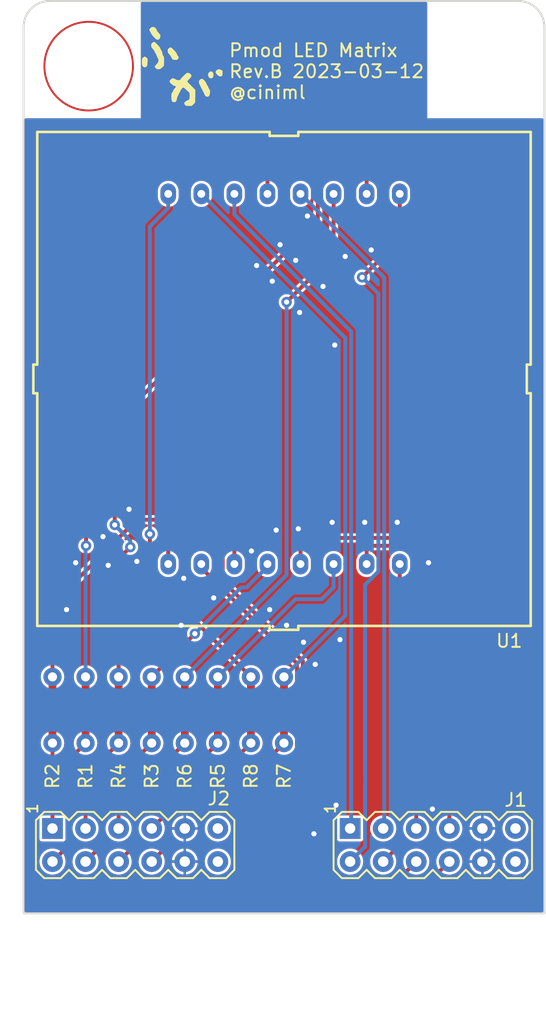
<source format=kicad_pcb>
(kicad_pcb (version 20221018) (generator pcbnew)
  (layers (0 "F.Cu" signal) (31 "B.Cu" signal) (34 "B.Paste" user) (35 "F.Paste" user) (36 "B.SilkS" user "B.Silkscreen") (37 "F.SilkS" user "F.Silkscreen") (38 "B.Mask" user) (39 "F.Mask" user) (44 "Edge.Cuts" user))
  (net 0 "")
  (net 1 "GND")
  (net 2 "/PMOD0_P1_CATHODE1")
  (net 3 "+3V3")
  (net 4 "/PMOD0_P2_CATHODE3")
  (net 5 "Net-(U1-COL1)")
  (net 6 "Net-(U1-COL2)")
  (net 7 "/PMOD0_P3_CATHODE5")
  (net 8 "/PMOD0_P4_CATHODE7")
  (net 9 "/PMOD0_P7_CATHODE0")
  (net 10 "/PMOD0_P8_CATHODE2")
  (net 11 "/PMOD0_P9_CATHODE4")
  (net 12 "/PMOD0_P10_CATHODE6")
  (net 13 "/PMOD1_P1_ANODE1")
  (net 14 "/PMOD1_P2_ANODE3")
  (net 15 "/PMOD1_P3_ANODE5")
  (net 16 "/PMOD1_P4_ANODE7")
  (net 17 "/PMOD1_P7_ANODE0")
  (net 18 "/PMOD1_P8_ANODE2")
  (net 19 "/PMOD1_P9_ANODE4")
  (net 20 "/PMOD1_P10_ANODE6")
  (net 21 "Net-(U1-COL3)")
  (net 22 "Net-(U1-COL4)")
  (net 23 "Net-(U1-COL5)")
  (net 24 "Net-(U1-COL6)")
  (net 25 "Net-(U1-COL7)")
  (net 26 "Net-(U1-COL8)")
  (footprint "local:logo" (layer "F.Cu") (at -7.8 -24)
    (fp_text reference "LOGO1" hide)
    (fp_text value "Logo_Open_Hardware_Small" hide)
    (fp_poly (pts (xy 2.266534 0.431852) (xy 2.305593 0.463223) (xy 2.355262 0.515521) (xy 2.378658 0.575002) (xy 2.384765 0.665353) (xy 2.384778 0.671927) (xy 2.367945 0.801733) (xy 2.317161 0.886684) (xy 2.231998 0.927335) (xy 2.184897 0.931334) (xy 2.094536 0.911088) (xy 2.034049 0.856972) (xy 1.984825 0.749721) (xy 1.975556 0.661925) (xy 1.983784 0.573551) (xy 2.017069 0.511515) (xy 2.062388 0.468176) (xy 2.140159 0.412537) (xy 2.201815 0.40056) (xy 2.266534 0.431852)) (stroke (width 0.01)) (fill solid) (layer "F.SilkS"))
    (fp_poly (pts (xy 2.900714 0.263428) (xy 2.951144 0.286205) (xy 3.076222 0.348672) (xy 3.076222 0.550632) (xy 3.072234 0.669347) (xy 3.05976 0.736614) (xy 3.040945 0.756825) (xy 2.989587 0.764971) (xy 2.916398 0.778483) (xy 2.860413 0.783104) (xy 2.809802 0.766674) (xy 2.747835 0.721382) (xy 2.697202 0.676145) (xy 2.602329 0.577949) (xy 2.555018 0.497724) (xy 2.553042 0.42685) (xy 2.594173 0.356709) (xy 2.610128 0.339113) (xy 2.70204 0.264318) (xy 2.79423 0.239814) (xy 2.900714 0.263428)) (stroke (width 0.01)) (fill solid) (layer "F.SilkS"))
    (fp_poly (pts (xy -2.821762 -0.697439) (xy -2.76603 -0.649347) (xy -2.675646 -0.564916) (xy -2.685434 -0.299476) (xy -2.692719 -0.164645) (xy -2.704341 -0.073676) (xy -2.722756 -0.014017) (xy -2.748985 0.025316) (xy -2.829438 0.076831) (xy -2.923103 0.083052) (xy -3.01085 0.044945) (xy -3.045951 0.010305) (xy -3.07453 -0.034395) (xy -3.092145 -0.089239) (xy -3.101259 -0.16837) (xy -3.104331 -0.285931) (xy -3.104444 -0.325853) (xy -3.103697 -0.449162) (xy -3.099073 -0.529802) (xy -3.087001 -0.581546) (xy -3.06391 -0.618166) (xy -3.026228 -0.653438) (xy -3.017612 -0.660713) (xy -2.942438 -0.715306) (xy -2.883435 -0.727832) (xy -2.821762 -0.697439)) (stroke (width 0.01)) (fill solid) (layer "F.SilkS"))
    (fp_poly (pts (xy -2.136828 -2.967847) (xy -2.051213 -2.903292) (xy -1.99239 -2.823171) (xy -1.975555 -2.755169) (xy -1.957022 -2.70896) (xy -1.90817 -2.637898) (xy -1.839127 -2.556509) (xy -1.830995 -2.547824) (xy -1.756918 -2.467201) (xy -1.714966 -2.410472) (xy -1.697559 -2.361412) (xy -1.697118 -2.303796) (xy -1.700657 -2.268785) (xy -1.732754 -2.142515) (xy -1.795162 -2.063728) (xy -1.887765 -2.03256) (xy -1.904604 -2.032) (xy -1.953741 -2.038825) (xy -2.005189 -2.064185) (xy -2.06924 -2.115406) (xy -2.156184 -2.199812) (xy -2.192054 -2.236611) (xy -2.279064 -2.332599) (xy -2.351105 -2.423213) (xy -2.398229 -2.495367) (xy -2.41024 -2.523661) (xy -2.444002 -2.6089) (xy -2.485305 -2.675634) (xy -2.524508 -2.739889) (xy -2.54 -2.792526) (xy -2.517976 -2.846273) (xy -2.463148 -2.910392) (xy -2.392381 -2.968442) (xy -2.323349 -3.00374) (xy -2.232964 -3.005207) (xy -2.136828 -2.967847)) (stroke (width 0.01)) (fill solid) (layer "F.SilkS"))
    (fp_poly (pts (xy -0.865785 -1.418897) (xy -0.795105 -1.364712) (xy -0.710403 -1.287463) (xy -0.622071 -1.197835) (xy -0.540502 -1.106512) (xy -0.47609 -1.024179) (xy -0.439226 -0.961521) (xy -0.435309 -0.949202) (xy -0.402903 -0.865014) (xy -0.351172 -0.783474) (xy -0.349124 -0.781001) (xy -0.29677 -0.706358) (xy -0.287938 -0.645977) (xy -0.321861 -0.579131) (xy -0.340715 -0.554139) (xy -0.385496 -0.508646) (xy -0.440053 -0.486458) (xy -0.525606 -0.479893) (xy -0.546102 -0.479778) (xy -0.650975 -0.488496) (xy -0.733647 -0.511284) (xy -0.75356 -0.522198) (xy -0.802299 -0.576958) (xy -0.843485 -0.656487) (xy -0.848363 -0.670365) (xy -0.886715 -0.749038) (xy -0.950318 -0.842641) (xy -1.005745 -0.908957) (xy -1.075428 -0.98955) (xy -1.112708 -1.052551) (xy -1.127173 -1.118088) (xy -1.128889 -1.167504) (xy -1.121719 -1.256372) (xy -1.092204 -1.317245) (xy -1.042057 -1.366269) (xy -0.976154 -1.413187) (xy -0.921379 -1.438107) (xy -0.912049 -1.439333) (xy -0.865785 -1.418897)) (stroke (width 0.01)) (fill solid) (layer "F.SilkS"))
    (fp_poly (pts (xy 1.57599 1.006093) (xy 1.647291 1.069696) (xy 1.721059 1.148928) (xy 1.784749 1.229604) (xy 1.82582 1.297543) (xy 1.834445 1.328217) (xy 1.852053 1.389112) (xy 1.895389 1.460716) (xy 1.905 1.472703) (xy 1.95107 1.538614) (xy 1.974723 1.594267) (xy 1.975556 1.60226) (xy 1.990872 1.652141) (xy 2.029438 1.724005) (xy 2.049445 1.754589) (xy 2.090439 1.821334) (xy 2.110827 1.883755) (xy 2.115402 1.964115) (xy 2.11171 2.043786) (xy 2.092012 2.185088) (xy 2.051581 2.278163) (xy 1.986447 2.32868) (xy 1.902674 2.342445) (xy 1.810579 2.321336) (xy 1.753778 2.270564) (xy 1.706417 2.19135) (xy 1.67936 2.117292) (xy 1.653456 2.046749) (xy 1.622407 2.00347) (xy 1.588318 1.956176) (xy 1.55493 1.881712) (xy 1.550098 1.867465) (xy 1.518115 1.787131) (xy 1.483133 1.725546) (xy 1.478451 1.719723) (xy 1.443115 1.66302) (xy 1.409132 1.584875) (xy 1.406947 1.578612) (xy 1.368637 1.490983) (xy 1.322513 1.415123) (xy 1.321928 1.414361) (xy 1.282335 1.32626) (xy 1.27 1.225297) (xy 1.276774 1.140537) (xy 1.306337 1.083182) (xy 1.367438 1.02922) (xy 1.456007 0.977615) (xy 1.519697 0.972301) (xy 1.57599 1.006093)) (stroke (width 0.01)) (fill solid) (layer "F.SilkS"))
    (fp_poly (pts (xy -2.135785 -1.84223) (xy -2.065105 -1.788045) (xy -1.980403 -1.710796) (xy -1.892071 -1.621168) (xy -1.810502 -1.529845) (xy -1.74609 -1.447512) (xy -1.709226 -1.384854) (xy -1.705309 -1.372536) (xy -1.672903 -1.288348) (xy -1.621172 -1.206807) (xy -1.619124 -1.204334) (xy -1.562092 -1.095628) (xy -1.552222 -1.015088) (xy -1.52529 -0.88379) (xy -1.479499 -0.798531) (xy -1.44841 -0.749647) (xy -1.428137 -0.703751) (xy -1.416815 -0.647992) (xy -1.412582 -0.569523) (xy -1.413571 -0.455494) (xy -1.415999 -0.360955) (xy -1.425222 -0.030467) (xy -1.548381 0.094943) (xy -1.66025 0.188192) (xy -1.770363 0.231715) (xy -1.892816 0.229959) (xy -1.942283 0.21919) (xy -2.026662 0.176854) (xy -2.090482 0.108322) (xy -2.116642 0.032149) (xy -2.116666 0.029968) (xy -2.097956 -0.01073) (xy -2.049104 -0.075541) (xy -1.986526 -0.144299) (xy -1.90972 -0.229413) (xy -1.866447 -0.300756) (xy -1.845389 -0.378824) (xy -1.841721 -0.406532) (xy -1.838596 -0.503404) (xy -1.861207 -0.579968) (xy -1.89865 -0.642264) (xy -1.948414 -0.72999) (xy -1.983666 -0.81759) (xy -1.988825 -0.837661) (xy -2.013514 -0.910774) (xy -2.046481 -0.959863) (xy -2.080629 -1.007134) (xy -2.114187 -1.081564) (xy -2.119079 -1.095868) (xy -2.156969 -1.17324) (xy -2.220187 -1.26592) (xy -2.275745 -1.332291) (xy -2.345428 -1.412884) (xy -2.382708 -1.475884) (xy -2.397173 -1.541421) (xy -2.398889 -1.590838) (xy -2.391719 -1.679705) (xy -2.362204 -1.740579) (xy -2.312057 -1.789602) (xy -2.246154 -1.83652) (xy -2.191379 -1.861441) (xy -2.182049 -1.862666) (xy -2.135785 -1.84223)) (stroke (width 0.01)) (fill solid) (layer "F.SilkS"))
    (fp_poly (pts (xy 0.447208 0.520011) (xy 0.543941 0.557204) (xy 0.62901 0.618331) (xy 0.662591 0.658298) (xy 0.688795 0.721283) (xy 0.680807 0.787618) (xy 0.634837 0.865844) (xy 0.547095 0.964499) (xy 0.510551 1.000828) (xy 0.439543 1.073708) (xy 0.388192 1.133387) (xy 0.366975 1.167624) (xy 0.366889 1.168675) (xy 0.385777 1.197315) (xy 0.437916 1.258262) (xy 0.516521 1.344035) (xy 0.614808 1.447153) (xy 0.679222 1.513038) (xy 0.991554 1.829605) (xy 0.982611 2.310677) (xy 0.973667 2.791748) (xy 0.847846 2.919874) (xy 0.722026 3.048) (xy 0.490061 3.048) (xy 0.374067 3.046697) (xy 0.299979 3.040309) (xy 0.253278 3.025118) (xy 0.219444 2.997407) (xy 0.199604 2.973639) (xy 0.158846 2.908353) (xy 0.141135 2.853292) (xy 0.141111 2.851919) (xy 0.164583 2.792835) (xy 0.224135 2.726849) (xy 0.303475 2.668103) (xy 0.38631 2.63074) (xy 0.399604 2.627525) (xy 0.47701 2.597565) (xy 0.52708 2.54001) (xy 0.553336 2.446742) (xy 0.559301 2.309646) (xy 0.557838 2.262875) (xy 0.549039 2.056305) (xy 0.334523 1.846597) (xy 0.242016 1.76006) (xy 0.160491 1.690892) (xy 0.100313 1.647488) (xy 0.075545 1.636889) (xy 0.02329 1.659181) (xy -0.040673 1.715257) (xy -0.101829 1.788921) (xy -0.145662 1.863972) (xy -0.156246 1.89555) (xy -0.182544 1.964516) (xy -0.212037 2.004085) (xy -0.246126 2.05138) (xy -0.279514 2.125844) (xy -0.284346 2.140091) (xy -0.317948 2.222499) (xy -0.356407 2.287747) (xy -0.361131 2.29351) (xy -0.389282 2.348791) (xy -0.41459 2.436932) (xy -0.426026 2.500643) (xy -0.45651 2.634255) (xy -0.507342 2.718978) (xy -0.582645 2.759983) (xy -0.637326 2.765778) (xy -0.722908 2.751953) (xy -0.783489 2.706418) (xy -0.822188 2.62308) (xy -0.842126 2.495848) (xy -0.846666 2.357124) (xy -0.844991 2.229537) (xy -0.838456 2.145551) (xy -0.824795 2.092385) (xy -0.801745 2.057255) (xy -0.791822 2.047559) (xy -0.746242 1.983759) (xy -0.718429 1.909129) (xy -0.688433 1.839394) (xy -0.631086 1.754787) (xy -0.584068 1.700506) (xy -0.517268 1.625368) (xy -0.496073 1.576029) (xy -0.523457 1.541562) (xy -0.602397 1.511037) (xy -0.638532 1.500458) (xy -0.72207 1.46132) (xy -0.81207 1.395652) (xy -0.895162 1.316465) (xy -0.957972 1.23677) (xy -0.987129 1.169575) (xy -0.987778 1.160665) (xy -0.965085 1.104551) (xy -0.908373 1.039138) (xy -0.834689 0.979169) (xy -0.761081 0.939391) (xy -0.722623 0.931334) (xy -0.659841 0.946898) (xy -0.579113 0.986073) (xy -0.547216 1.00617) (xy -0.444067 1.058734) (xy -0.337517 1.08432) (xy -0.242631 1.081988) (xy -0.174474 1.050796) (xy -0.158311 1.030464) (xy -0.115785 0.970951) (xy -0.045734 0.889896) (xy 0.041457 0.797547) (xy 0.135403 0.704156) (xy 0.225719 0.619971) (xy 0.302019 0.555244) (xy 0.353918 0.520224) (xy 0.361539 0.51739) (xy 0.447208 0.520011)) (stroke (width 0.01)) (fill solid) (layer "F.SilkS"))
  )
  (footprint "local:MountingHole_3.2mm_M3_Mask" (layer "F.Cu") (at -15 -24)
    (fp_text reference "H1" hide)
    (fp_text value "MountingHole")
    (pad "" np_thru_hole circle (at 0 0) (size 3.2 3.2) (drill 3.2) (layers "F&B.Cu" "*.Mask"))
  )
  (footprint "local:MountingHole_3.2mm_M3_Mask" (layer "F.Cu") (at 15 -24)
    (fp_text reference "H2" hide)
    (fp_text value "MountingHole")
    (pad "" np_thru_hole circle (at 0 0) (size 3.2 3.2) (drill 3.2) (layers "F&B.Cu" "*.Mask"))
  )
  (footprint "local:Conn_Pmod_Spec_B_Thin" (layer "F.Cu") (at 5.08 34.49 90)
    (fp_text reference "J1" (at 2.19 12.72) (layer "F.SilkS"))
    (fp_text value "Conn_02x06_Top_Bottom")
    (fp_text user "1" (at 1.524 -1.524 90 unlocked) (layer "F.SilkS") (effects (font (size 0.8 0.8))))
    (fp_line (start -3.81 -0.635) (end -3.175 -1.27) (stroke (width 0.15)) (layer "F.SilkS"))
    (fp_line (start -3.81 0.635) (end -3.81 -0.635) (stroke (width 0.15)) (layer "F.SilkS"))
    (fp_line (start -3.81 1.905) (end -3.175 1.27) (stroke (width 0.15)) (layer "F.SilkS"))
    (fp_line (start -3.81 3.175) (end -3.81 1.905) (stroke (width 0.15)) (layer "F.SilkS"))
    (fp_line (start -3.81 4.445) (end -3.175 3.81) (stroke (width 0.15)) (layer "F.SilkS"))
    (fp_line (start -3.81 5.715) (end -3.81 4.445) (stroke (width 0.15)) (layer "F.SilkS"))
    (fp_line (start -3.81 6.985) (end -3.175 6.35) (stroke (width 0.15)) (layer "F.SilkS"))
    (fp_line (start -3.81 8.255) (end -3.81 6.985) (stroke (width 0.15)) (layer "F.SilkS"))
    (fp_line (start -3.81 9.525) (end -3.175 8.89) (stroke (width 0.15)) (layer "F.SilkS"))
    (fp_line (start -3.81 10.795) (end -3.81 9.525) (stroke (width 0.15)) (layer "F.SilkS"))
    (fp_line (start -3.81 12.065) (end -3.175 11.43) (stroke (width 0.15)) (layer "F.SilkS"))
    (fp_line (start -3.81 13.335) (end -3.81 12.065) (stroke (width 0.15)) (layer "F.SilkS"))
    (fp_line (start -3.175 -1.27) (end 0.635 -1.27) (stroke (width 0.15)) (layer "F.SilkS"))
    (fp_line (start -3.175 1.27) (end -3.81 0.635) (stroke (width 0.15)) (layer "F.SilkS"))
    (fp_line (start -3.175 3.81) (end -3.81 3.175) (stroke (width 0.15)) (layer "F.SilkS"))
    (fp_line (start -3.175 6.35) (end -3.81 5.715) (stroke (width 0.15)) (layer "F.SilkS"))
    (fp_line (start -3.175 8.89) (end -3.81 8.255) (stroke (width 0.15)) (layer "F.SilkS"))
    (fp_line (start -3.175 11.43) (end -3.81 10.795) (stroke (width 0.15)) (layer "F.SilkS"))
    (fp_line (start -3.175 13.97) (end -3.81 13.335) (stroke (width 0.15)) (layer "F.SilkS"))
    (fp_line (start 0.635 -1.27) (end 1.27 -0.635) (stroke (width 0.15)) (layer "F.SilkS"))
    (fp_line (start 0.635 1.27) (end 1.27 1.905) (stroke (width 0.15)) (layer "F.SilkS"))
    (fp_line (start 0.635 3.81) (end 1.27 4.445) (stroke (width 0.15)) (layer "F.SilkS"))
    (fp_line (start 0.635 6.35) (end 1.27 6.985) (stroke (width 0.15)) (layer "F.SilkS"))
    (fp_line (start 0.635 8.89) (end 1.27 9.525) (stroke (width 0.15)) (layer "F.SilkS"))
    (fp_line (start 0.635 11.43) (end 1.27 12.065) (stroke (width 0.15)) (layer "F.SilkS"))
    (fp_line (start 0.635 13.97) (end -3.175 13.97) (stroke (width 0.15)) (layer "F.SilkS"))
    (fp_line (start 1.27 -0.635) (end 1.27 0.635) (stroke (width 0.15)) (layer "F.SilkS"))
    (fp_line (start 1.27 0.635) (end 0.635 1.27) (stroke (width 0.15)) (layer "F.SilkS"))
    (fp_line (start 1.27 1.905) (end 1.27 3.175) (stroke (width 0.15)) (layer "F.SilkS"))
    (fp_line (start 1.27 3.175) (end 0.635 3.81) (stroke (width 0.15)) (layer "F.SilkS"))
    (fp_line (start 1.27 4.445) (end 1.27 5.715) (stroke (width 0.15)) (layer "F.SilkS"))
    (fp_line (start 1.27 5.715) (end 0.635 6.35) (stroke (width 0.15)) (layer "F.SilkS"))
    (fp_line (start 1.27 6.985) (end 1.27 8.255) (stroke (width 0.15)) (layer "F.SilkS"))
    (fp_line (start 1.27 8.255) (end 0.635 8.89) (stroke (width 0.15)) (layer "F.SilkS"))
    (fp_line (start 1.27 9.525) (end 1.27 10.795) (stroke (width 0.15)) (layer "F.SilkS"))
    (fp_line (start 1.27 10.795) (end 0.635 11.43) (stroke (width 0.15)) (layer "F.SilkS"))
    (fp_line (start 1.27 12.065) (end 1.27 13.335) (stroke (width 0.15)) (layer "F.SilkS"))
    (fp_line (start 1.27 13.335) (end 0.635 13.97) (stroke (width 0.15)) (layer "F.SilkS"))
    (pad "1" thru_hole rect (at 0 0 270) (size 1.6 1.6) (drill 0.8) (layers "*.Cu" "*.Mask") (net 2 "/PMOD0_P1_CATHODE1"))
    (pad "2" thru_hole oval (at 0 2.54 270) (size 1.6 1.6) (drill 0.8) (layers "*.Cu" "*.Mask") (net 4 "/PMOD0_P2_CATHODE3"))
    (pad "3" thru_hole oval (at 0 5.08 270) (size 1.6 1.6) (drill 0.8) (layers "*.Cu" "*.Mask") (net 7 "/PMOD0_P3_CATHODE5"))
    (pad "4" thru_hole oval (at 0 7.62 270) (size 1.6 1.6) (drill 0.8) (layers "*.Cu" "*.Mask") (net 8 "/PMOD0_P4_CATHODE7"))
    (pad "5" thru_hole oval (at 0 10.16 270) (size 1.6 1.6) (drill 0.8) (layers "*.Cu" "*.Mask") (net 1 "GND"))
    (pad "6" thru_hole oval (at 0 12.7 270) (size 1.6 1.6) (drill 0.8) (layers "*.Cu" "*.Mask") (net 3 "+3V3"))
    (pad "7" thru_hole oval (at -2.54 0 270) (size 1.6 1.6) (drill 0.8) (layers "*.Cu" "*.Mask") (net 9 "/PMOD0_P7_CATHODE0"))
    (pad "8" thru_hole oval (at -2.54 2.54 270) (size 1.6 1.6) (drill 0.8) (layers "*.Cu" "*.Mask") (net 10 "/PMOD0_P8_CATHODE2"))
    (pad "9" thru_hole oval (at -2.54 5.08 270) (size 1.6 1.6) (drill 0.8) (layers "*.Cu" "*.Mask") (net 11 "/PMOD0_P9_CATHODE4"))
    (pad "10" thru_hole oval (at -2.54 7.62 270) (size 1.6 1.6) (drill 0.8) (layers "*.Cu" "*.Mask") (net 12 "/PMOD0_P10_CATHODE6"))
    (pad "11" thru_hole oval (at -2.54 10.16 270) (size 1.6 1.6) (drill 0.8) (layers "*.Cu" "*.Mask") (net 1 "GND"))
    (pad "12" thru_hole oval (at -2.54 12.7 270) (size 1.6 1.6) (drill 0.8) (layers "*.Cu" "*.Mask") (net 3 "+3V3"))
  )
  (footprint "local:R_Axial_DIN0204_L3.6mm_D1.6mm_P5.08mm_Horizontal_with_1608metric" (layer "F.Cu") (at -2.54 27.94 90)
    (fp_text reference "R8" (at -2.54 0 90) (layer "F.SilkS"))
    (fp_text value "470")
    (pad "1" thru_hole circle (at 0 0 90) (size 1.4 1.4) (drill 0.7) (layers "*.Cu" "*.Mask") (net 16 "/PMOD1_P4_ANODE7"))
    (pad "1" smd roundrect (at 1.715 0 90) (size 0.8 0.95) (layers "F.Cu" "F.Paste" "F.Mask") (net 16 "/PMOD1_P4_ANODE7"))
    (pad "1" smd oval (at 1.715 0 270) (size 1.65 0.6) (drill (offset 0.55 0)) (layers "F.Cu" "F.Paste" "F.Mask") (net 16 "/PMOD1_P4_ANODE7"))
    (pad "2" smd roundrect (at 3.365 0 90) (size 0.8 0.95) (layers "F.Cu" "F.Paste" "F.Mask") (net 26 "Net-(U1-COL8)"))
    (pad "2" smd oval (at 3.365 0 90) (size 1.65 0.6) (drill (offset 0.55 0)) (layers "F.Cu" "F.Paste" "F.Mask") (net 26 "Net-(U1-COL8)"))
    (pad "2" thru_hole oval (at 5.08 0 90) (size 1.4 1.4) (drill 0.7) (layers "*.Cu" "*.Mask") (net 26 "Net-(U1-COL8)"))
  )
  (footprint "local:R_Axial_DIN0204_L3.6mm_D1.6mm_P5.08mm_Horizontal_with_1608metric" (layer "F.Cu") (at -12.7 27.94 90)
    (fp_text reference "R4" (at -2.54 0 90) (layer "F.SilkS"))
    (fp_text value "470")
    (pad "1" thru_hole circle (at 0 0 90) (size 1.4 1.4) (drill 0.7) (layers "*.Cu" "*.Mask") (net 14 "/PMOD1_P2_ANODE3"))
    (pad "1" smd roundrect (at 1.715 0 90) (size 0.8 0.95) (layers "F.Cu" "F.Paste" "F.Mask") (net 14 "/PMOD1_P2_ANODE3"))
    (pad "1" smd oval (at 1.715 0 270) (size 1.65 0.6) (drill (offset 0.55 0)) (layers "F.Cu" "F.Paste" "F.Mask") (net 14 "/PMOD1_P2_ANODE3"))
    (pad "2" smd roundrect (at 3.365 0 90) (size 0.8 0.95) (layers "F.Cu" "F.Paste" "F.Mask") (net 22 "Net-(U1-COL4)"))
    (pad "2" smd oval (at 3.365 0 90) (size 1.65 0.6) (drill (offset 0.55 0)) (layers "F.Cu" "F.Paste" "F.Mask") (net 22 "Net-(U1-COL4)"))
    (pad "2" thru_hole oval (at 5.08 0 90) (size 1.4 1.4) (drill 0.7) (layers "*.Cu" "*.Mask") (net 22 "Net-(U1-COL4)"))
  )
  (footprint "local:R_Axial_DIN0204_L3.6mm_D1.6mm_P5.08mm_Horizontal_with_1608metric" (layer "F.Cu") (at -17.78 27.94 90)
    (fp_text reference "R2" (at -2.54 0 90) (layer "F.SilkS"))
    (fp_text value "470")
    (pad "1" thru_hole circle (at 0 0 90) (size 1.4 1.4) (drill 0.7) (layers "*.Cu" "*.Mask") (net 13 "/PMOD1_P1_ANODE1"))
    (pad "1" smd roundrect (at 1.715 0 90) (size 0.8 0.95) (layers "F.Cu" "F.Paste" "F.Mask") (net 13 "/PMOD1_P1_ANODE1"))
    (pad "1" smd oval (at 1.715 0 270) (size 1.65 0.6) (drill (offset 0.55 0)) (layers "F.Cu" "F.Paste" "F.Mask") (net 13 "/PMOD1_P1_ANODE1"))
    (pad "2" smd roundrect (at 3.365 0 90) (size 0.8 0.95) (layers "F.Cu" "F.Paste" "F.Mask") (net 6 "Net-(U1-COL2)"))
    (pad "2" smd oval (at 3.365 0 90) (size 1.65 0.6) (drill (offset 0.55 0)) (layers "F.Cu" "F.Paste" "F.Mask") (net 6 "Net-(U1-COL2)"))
    (pad "2" thru_hole oval (at 5.08 0 90) (size 1.4 1.4) (drill 0.7) (layers "*.Cu" "*.Mask") (net 6 "Net-(U1-COL2)"))
  )
  (footprint "local:R_Axial_DIN0204_L3.6mm_D1.6mm_P5.08mm_Horizontal_with_1608metric" (layer "F.Cu") (at -10.16 27.94 90)
    (fp_text reference "R3" (at -2.54 0 90) (layer "F.SilkS"))
    (fp_text value "470")
    (pad "1" thru_hole circle (at 0 0 90) (size 1.4 1.4) (drill 0.7) (layers "*.Cu" "*.Mask") (net 18 "/PMOD1_P8_ANODE2"))
    (pad "1" smd roundrect (at 1.715 0 90) (size 0.8 0.95) (layers "F.Cu" "F.Paste" "F.Mask") (net 18 "/PMOD1_P8_ANODE2"))
    (pad "1" smd oval (at 1.715 0 270) (size 1.65 0.6) (drill (offset 0.55 0)) (layers "F.Cu" "F.Paste" "F.Mask") (net 18 "/PMOD1_P8_ANODE2"))
    (pad "2" smd roundrect (at 3.365 0 90) (size 0.8 0.95) (layers "F.Cu" "F.Paste" "F.Mask") (net 21 "Net-(U1-COL3)"))
    (pad "2" smd oval (at 3.365 0 90) (size 1.65 0.6) (drill (offset 0.55 0)) (layers "F.Cu" "F.Paste" "F.Mask") (net 21 "Net-(U1-COL3)"))
    (pad "2" thru_hole oval (at 5.08 0 90) (size 1.4 1.4) (drill 0.7) (layers "*.Cu" "*.Mask") (net 21 "Net-(U1-COL3)"))
  )
  (footprint "local:R_Axial_DIN0204_L3.6mm_D1.6mm_P5.08mm_Horizontal_with_1608metric" (layer "F.Cu") (at -15.24 27.94 90)
    (fp_text reference "R1" (at -2.54 0 90) (layer "F.SilkS"))
    (fp_text value "470")
    (pad "1" thru_hole circle (at 0 0 90) (size 1.4 1.4) (drill 0.7) (layers "*.Cu" "*.Mask") (net 17 "/PMOD1_P7_ANODE0"))
    (pad "1" smd roundrect (at 1.715 0 90) (size 0.8 0.95) (layers "F.Cu" "F.Paste" "F.Mask") (net 17 "/PMOD1_P7_ANODE0"))
    (pad "1" smd oval (at 1.715 0 270) (size 1.65 0.6) (drill (offset 0.55 0)) (layers "F.Cu" "F.Paste" "F.Mask") (net 17 "/PMOD1_P7_ANODE0"))
    (pad "2" smd roundrect (at 3.365 0 90) (size 0.8 0.95) (layers "F.Cu" "F.Paste" "F.Mask") (net 5 "Net-(U1-COL1)"))
    (pad "2" smd oval (at 3.365 0 90) (size 1.65 0.6) (drill (offset 0.55 0)) (layers "F.Cu" "F.Paste" "F.Mask") (net 5 "Net-(U1-COL1)"))
    (pad "2" thru_hole oval (at 5.08 0 90) (size 1.4 1.4) (drill 0.7) (layers "*.Cu" "*.Mask") (net 5 "Net-(U1-COL1)"))
  )
  (footprint "local:R_Axial_DIN0204_L3.6mm_D1.6mm_P5.08mm_Horizontal_with_1608metric" (layer "F.Cu") (at -7.62 27.94 90)
    (fp_text reference "R6" (at -2.54 0 90) (layer "F.SilkS"))
    (fp_text value "470")
    (pad "1" thru_hole circle (at 0 0 90) (size 1.4 1.4) (drill 0.7) (layers "*.Cu" "*.Mask") (net 15 "/PMOD1_P3_ANODE5"))
    (pad "1" smd roundrect (at 1.715 0 90) (size 0.8 0.95) (layers "F.Cu" "F.Paste" "F.Mask") (net 15 "/PMOD1_P3_ANODE5"))
    (pad "1" smd oval (at 1.715 0 270) (size 1.65 0.6) (drill (offset 0.55 0)) (layers "F.Cu" "F.Paste" "F.Mask") (net 15 "/PMOD1_P3_ANODE5"))
    (pad "2" smd roundrect (at 3.365 0 90) (size 0.8 0.95) (layers "F.Cu" "F.Paste" "F.Mask") (net 24 "Net-(U1-COL6)"))
    (pad "2" smd oval (at 3.365 0 90) (size 1.65 0.6) (drill (offset 0.55 0)) (layers "F.Cu" "F.Paste" "F.Mask") (net 24 "Net-(U1-COL6)"))
    (pad "2" thru_hole oval (at 5.08 0 90) (size 1.4 1.4) (drill 0.7) (layers "*.Cu" "*.Mask") (net 24 "Net-(U1-COL6)"))
  )
  (footprint "local:Conn_Pmod_Spec_B_Thin" (layer "F.Cu") (at -17.78 34.49 90)
    (fp_text reference "J2" (at 2.29 12.78) (layer "F.SilkS"))
    (fp_text value "Conn_02x06_Top_Bottom")
    (fp_text user "1" (at 1.524 -1.524 90 unlocked) (layer "F.SilkS") (effects (font (size 0.8 0.8))))
    (fp_line (start -3.81 -0.635) (end -3.175 -1.27) (stroke (width 0.15)) (layer "F.SilkS"))
    (fp_line (start -3.81 0.635) (end -3.81 -0.635) (stroke (width 0.15)) (layer "F.SilkS"))
    (fp_line (start -3.81 1.905) (end -3.175 1.27) (stroke (width 0.15)) (layer "F.SilkS"))
    (fp_line (start -3.81 3.175) (end -3.81 1.905) (stroke (width 0.15)) (layer "F.SilkS"))
    (fp_line (start -3.81 4.445) (end -3.175 3.81) (stroke (width 0.15)) (layer "F.SilkS"))
    (fp_line (start -3.81 5.715) (end -3.81 4.445) (stroke (width 0.15)) (layer "F.SilkS"))
    (fp_line (start -3.81 6.985) (end -3.175 6.35) (stroke (width 0.15)) (layer "F.SilkS"))
    (fp_line (start -3.81 8.255) (end -3.81 6.985) (stroke (width 0.15)) (layer "F.SilkS"))
    (fp_line (start -3.81 9.525) (end -3.175 8.89) (stroke (width 0.15)) (layer "F.SilkS"))
    (fp_line (start -3.81 10.795) (end -3.81 9.525) (stroke (width 0.15)) (layer "F.SilkS"))
    (fp_line (start -3.81 12.065) (end -3.175 11.43) (stroke (width 0.15)) (layer "F.SilkS"))
    (fp_line (start -3.81 13.335) (end -3.81 12.065) (stroke (width 0.15)) (layer "F.SilkS"))
    (fp_line (start -3.175 -1.27) (end 0.635 -1.27) (stroke (width 0.15)) (layer "F.SilkS"))
    (fp_line (start -3.175 1.27) (end -3.81 0.635) (stroke (width 0.15)) (layer "F.SilkS"))
    (fp_line (start -3.175 3.81) (end -3.81 3.175) (stroke (width 0.15)) (layer "F.SilkS"))
    (fp_line (start -3.175 6.35) (end -3.81 5.715) (stroke (width 0.15)) (layer "F.SilkS"))
    (fp_line (start -3.175 8.89) (end -3.81 8.255) (stroke (width 0.15)) (layer "F.SilkS"))
    (fp_line (start -3.175 11.43) (end -3.81 10.795) (stroke (width 0.15)) (layer "F.SilkS"))
    (fp_line (start -3.175 13.97) (end -3.81 13.335) (stroke (width 0.15)) (layer "F.SilkS"))
    (fp_line (start 0.635 -1.27) (end 1.27 -0.635) (stroke (width 0.15)) (layer "F.SilkS"))
    (fp_line (start 0.635 1.27) (end 1.27 1.905) (stroke (width 0.15)) (layer "F.SilkS"))
    (fp_line (start 0.635 3.81) (end 1.27 4.445) (stroke (width 0.15)) (layer "F.SilkS"))
    (fp_line (start 0.635 6.35) (end 1.27 6.985) (stroke (width 0.15)) (layer "F.SilkS"))
    (fp_line (start 0.635 8.89) (end 1.27 9.525) (stroke (width 0.15)) (layer "F.SilkS"))
    (fp_line (start 0.635 11.43) (end 1.27 12.065) (stroke (width 0.15)) (layer "F.SilkS"))
    (fp_line (start 0.635 13.97) (end -3.175 13.97) (stroke (width 0.15)) (layer "F.SilkS"))
    (fp_line (start 1.27 -0.635) (end 1.27 0.635) (stroke (width 0.15)) (layer "F.SilkS"))
    (fp_line (start 1.27 0.635) (end 0.635 1.27) (stroke (width 0.15)) (layer "F.SilkS"))
    (fp_line (start 1.27 1.905) (end 1.27 3.175) (stroke (width 0.15)) (layer "F.SilkS"))
    (fp_line (start 1.27 3.175) (end 0.635 3.81) (stroke (width 0.15)) (layer "F.SilkS"))
    (fp_line (start 1.27 4.445) (end 1.27 5.715) (stroke (width 0.15)) (layer "F.SilkS"))
    (fp_line (start 1.27 5.715) (end 0.635 6.35) (stroke (width 0.15)) (layer "F.SilkS"))
    (fp_line (start 1.27 6.985) (end 1.27 8.255) (stroke (width 0.15)) (layer "F.SilkS"))
    (fp_line (start 1.27 8.255) (end 0.635 8.89) (stroke (width 0.15)) (layer "F.SilkS"))
    (fp_line (start 1.27 9.525) (end 1.27 10.795) (stroke (width 0.15)) (layer "F.SilkS"))
    (fp_line (start 1.27 10.795) (end 0.635 11.43) (stroke (width 0.15)) (layer "F.SilkS"))
    (fp_line (start 1.27 12.065) (end 1.27 13.335) (stroke (width 0.15)) (layer "F.SilkS"))
    (fp_line (start 1.27 13.335) (end 0.635 13.97) (stroke (width 0.15)) (layer "F.SilkS"))
    (pad "1" thru_hole rect (at 0 0 270) (size 1.6 1.6) (drill 0.8) (layers "*.Cu" "*.Mask") (net 13 "/PMOD1_P1_ANODE1"))
    (pad "2" thru_hole oval (at 0 2.54 270) (size 1.6 1.6) (drill 0.8) (layers "*.Cu" "*.Mask") (net 14 "/PMOD1_P2_ANODE3"))
    (pad "3" thru_hole oval (at 0 5.08 270) (size 1.6 1.6) (drill 0.8) (layers "*.Cu" "*.Mask") (net 15 "/PMOD1_P3_ANODE5"))
    (pad "4" thru_hole oval (at 0 7.62 270) (size 1.6 1.6) (drill 0.8) (layers "*.Cu" "*.Mask") (net 16 "/PMOD1_P4_ANODE7"))
    (pad "5" thru_hole oval (at 0 10.16 270) (size 1.6 1.6) (drill 0.8) (layers "*.Cu" "*.Mask") (net 1 "GND"))
    (pad "6" thru_hole oval (at 0 12.7 270) (size 1.6 1.6) (drill 0.8) (layers "*.Cu" "*.Mask") (net 3 "+3V3"))
    (pad "7" thru_hole oval (at -2.54 0 270) (size 1.6 1.6) (drill 0.8) (layers "*.Cu" "*.Mask") (net 17 "/PMOD1_P7_ANODE0"))
    (pad "8" thru_hole oval (at -2.54 2.54 270) (size 1.6 1.6) (drill 0.8) (layers "*.Cu" "*.Mask") (net 18 "/PMOD1_P8_ANODE2"))
    (pad "9" thru_hole oval (at -2.54 5.08 270) (size 1.6 1.6) (drill 0.8) (layers "*.Cu" "*.Mask") (net 19 "/PMOD1_P9_ANODE4"))
    (pad "10" thru_hole oval (at -2.54 7.62 270) (size 1.6 1.6) (drill 0.8) (layers "*.Cu" "*.Mask") (net 20 "/PMOD1_P10_ANODE6"))
    (pad "11" thru_hole oval (at -2.54 10.16 270) (size 1.6 1.6) (drill 0.8) (layers "*.Cu" "*.Mask") (net 1 "GND"))
    (pad "12" thru_hole oval (at -2.54 12.7 270) (size 1.6 1.6) (drill 0.8) (layers "*.Cu" "*.Mask") (net 3 "+3V3"))
  )
  (footprint "local:R_Axial_DIN0204_L3.6mm_D1.6mm_P5.08mm_Horizontal_with_1608metric" (layer "F.Cu") (at -5.08 27.94 90)
    (fp_text reference "R5" (at -2.54 0 90) (layer "F.SilkS"))
    (fp_text value "470")
    (pad "1" thru_hole circle (at 0 0 90) (size 1.4 1.4) (drill 0.7) (layers "*.Cu" "*.Mask") (net 19 "/PMOD1_P9_ANODE4"))
    (pad "1" smd roundrect (at 1.715 0 90) (size 0.8 0.95) (layers "F.Cu" "F.Paste" "F.Mask") (net 19 "/PMOD1_P9_ANODE4"))
    (pad "1" smd oval (at 1.715 0 270) (size 1.65 0.6) (drill (offset 0.55 0)) (layers "F.Cu" "F.Paste" "F.Mask") (net 19 "/PMOD1_P9_ANODE4"))
    (pad "2" smd roundrect (at 3.365 0 90) (size 0.8 0.95) (layers "F.Cu" "F.Paste" "F.Mask") (net 23 "Net-(U1-COL5)"))
    (pad "2" smd oval (at 3.365 0 90) (size 1.65 0.6) (drill (offset 0.55 0)) (layers "F.Cu" "F.Paste" "F.Mask") (net 23 "Net-(U1-COL5)"))
    (pad "2" thru_hole oval (at 5.08 0 90) (size 1.4 1.4) (drill 0.7) (layers "*.Cu" "*.Mask") (net 23 "Net-(U1-COL5)"))
  )
  (footprint "local:OSL641501-AX" (layer "F.Cu") (at 0 0)
    (fp_text reference "U1" (at 17.3 20.1 unlocked) (layer "F.SilkS"))
    (fp_text value "OSL641501-AX")
    (fp_line (start -19.25 -1.1) (end -18.95 -1.1) (stroke (width 0.2)) (layer "F.SilkS"))
    (fp_line (start -19.25 1.1) (end -19.25 -1.1) (stroke (width 0.2)) (layer "F.SilkS"))
    (fp_line (start -18.95 -1.1) (end -18.95 -18.95) (stroke (width 0.2)) (layer "F.SilkS"))
    (fp_line (start -18.95 1.1) (end -19.25 1.1) (stroke (width 0.2)) (layer "F.SilkS"))
    (fp_line (start -18.95 1.1) (end -18.95 18.95) (stroke (width 0.2)) (layer "F.SilkS"))
    (fp_line (start -18.95 18.95) (end -1.1 18.95) (stroke (width 0.2)) (layer "F.SilkS"))
    (fp_line (start -1.1 -18.95) (end -18.95 -18.95) (stroke (width 0.2)) (layer "F.SilkS"))
    (fp_line (start -1.1 -18.95) (end -1.1 -18.65) (stroke (width 0.2)) (layer "F.SilkS"))
    (fp_line (start -1.1 19.25) (end -1.1 18.95) (stroke (width 0.2)) (layer "F.SilkS"))
    (fp_line (start 1.1 -18.95) (end 1.1 -18.65) (stroke (width 0.2)) (layer "F.SilkS"))
    (fp_line (start 1.1 -18.95) (end 18.95 -18.95) (stroke (width 0.2)) (layer "F.SilkS"))
    (fp_line (start 1.1 -18.65) (end -1.1 -18.65) (stroke (width 0.2)) (layer "F.SilkS"))
    (fp_line (start 1.1 18.95) (end 1.1 19.25) (stroke (width 0.2)) (layer "F.SilkS"))
    (fp_line (start 1.1 18.95) (end 18.95 18.95) (stroke (width 0.2)) (layer "F.SilkS"))
    (fp_line (start 1.1 19.25) (end -1.1 19.25) (stroke (width 0.2)) (layer "F.SilkS"))
    (fp_line (start 18.65 1.1) (end 18.65 -1.1) (stroke (width 0.2)) (layer "F.SilkS"))
    (fp_line (start 18.65 1.1) (end 18.95 1.1) (stroke (width 0.2)) (layer "F.SilkS"))
    (fp_line (start 18.95 -18.95) (end 18.95 -1.1) (stroke (width 0.2)) (layer "F.SilkS"))
    (fp_line (start 18.95 -1.1) (end 18.65 -1.1) (stroke (width 0.2)) (layer "F.SilkS"))
    (fp_line (start 18.95 1.1) (end 18.95 18.95) (stroke (width 0.2)) (layer "F.SilkS"))
    (pad "1" thru_hole oval (at -8.89 14.2) (size 1.2 1.6) (drill 0.6) (layers "*.Cu" "*.Mask") (net 11 "/PMOD0_P9_CATHODE4"))
    (pad "2" thru_hole oval (at -6.35 14.2) (size 1.2 1.6) (drill 0.6) (layers "*.Cu" "*.Mask") (net 12 "/PMOD0_P10_CATHODE6"))
    (pad "3" thru_hole oval (at -3.81 14.2) (size 1.2 1.6) (drill 0.6) (layers "*.Cu" "*.Mask") (net 6 "Net-(U1-COL2)"))
    (pad "4" thru_hole oval (at -1.27 14.2) (size 1.2 1.6) (drill 0.6) (layers "*.Cu" "*.Mask") (net 21 "Net-(U1-COL3)"))
    (pad "5" thru_hole oval (at 1.27 14.2) (size 1.2 1.6) (drill 0.6) (layers "*.Cu" "*.Mask") (net 8 "/PMOD0_P4_CATHODE7"))
    (pad "6" thru_hole oval (at 3.81 14.2) (size 1.2 1.6) (drill 0.6) (layers "*.Cu" "*.Mask") (net 23 "Net-(U1-COL5)"))
    (pad "7" thru_hole oval (at 6.35 14.2) (size 1.2 1.6) (drill 0.6) (layers "*.Cu" "*.Mask") (net 7 "/PMOD0_P3_CATHODE5"))
    (pad "8" thru_hole oval (at 8.89 14.2) (size 1.2 1.6) (drill 0.6) (layers "*.Cu" "*.Mask") (net 10 "/PMOD0_P8_CATHODE2"))
    (pad "9" thru_hole oval (at 8.89 -14.2) (size 1.2 1.6) (drill 0.6) (layers "*.Cu" "*.Mask") (net 9 "/PMOD0_P7_CATHODE0"))
    (pad "10" thru_hole oval (at 6.35 -14.2) (size 1.2 1.6) (drill 0.6) (layers "*.Cu" "*.Mask") (net 22 "Net-(U1-COL4)"))
    (pad "11" thru_hole oval (at 3.81 -14.2) (size 1.2 1.6) (drill 0.6) (layers "*.Cu" "*.Mask") (net 24 "Net-(U1-COL6)"))
    (pad "12" thru_hole oval (at 1.27 -14.2) (size 1.2 1.6) (drill 0.6) (layers "*.Cu" "*.Mask") (net 4 "/PMOD0_P2_CATHODE3"))
    (pad "13" thru_hole oval (at -1.27 -14.2) (size 1.2 1.6) (drill 0.6) (layers "*.Cu" "*.Mask") (net 5 "Net-(U1-COL1)"))
    (pad "14" thru_hole oval (at -3.81 -14.2) (size 1.2 1.6) (drill 0.6) (layers "*.Cu" "*.Mask") (net 2 "/PMOD0_P1_CATHODE1"))
    (pad "15" thru_hole oval (at -6.35 -14.2) (size 1.2 1.6) (drill 0.6) (layers "*.Cu" "*.Mask") (net 25 "Net-(U1-COL7)"))
    (pad "16" thru_hole oval (at -8.89 -14.2) (size 1.2 1.6) (drill 0.6) (layers "*.Cu" "*.Mask") (net 26 "Net-(U1-COL8)"))
  )
  (footprint "local:R_Axial_DIN0204_L3.6mm_D1.6mm_P5.08mm_Horizontal_with_1608metric" (layer "F.Cu") (at 0 27.94 90)
    (fp_text reference "R7" (at -2.54 0 90) (layer "F.SilkS"))
    (fp_text value "470")
    (pad "1" thru_hole circle (at 0 0 90) (size 1.4 1.4) (drill 0.7) (layers "*.Cu" "*.Mask") (net 20 "/PMOD1_P10_ANODE6"))
    (pad "1" smd roundrect (at 1.715 0 90) (size 0.8 0.95) (layers "F.Cu" "F.Paste" "F.Mask") (net 20 "/PMOD1_P10_ANODE6"))
    (pad "1" smd oval (at 1.715 0 270) (size 1.65 0.6) (drill (offset 0.55 0)) (layers "F.Cu" "F.Paste" "F.Mask") (net 20 "/PMOD1_P10_ANODE6"))
    (pad "2" smd roundrect (at 3.365 0 90) (size 0.8 0.95) (layers "F.Cu" "F.Paste" "F.Mask") (net 25 "Net-(U1-COL7)"))
    (pad "2" smd oval (at 3.365 0 90) (size 1.65 0.6) (drill (offset 0.55 0)) (layers "F.Cu" "F.Paste" "F.Mask") (net 25 "Net-(U1-COL7)"))
    (pad "2" thru_hole oval (at 5.08 0 90) (size 1.4 1.4) (drill 0.7) (layers "*.Cu" "*.Mask") (net 25 "Net-(U1-COL7)"))
  )
  (gr_circle (center -15 -24) (end -11.6 -24.1) (stroke (width 0.15)) (fill none) (layer "F.Cu"))
  (gr_line (start -20 41) (end -20 -27) (stroke (width 0.15)) (layer "Edge.Cuts"))
  (gr_line (start -20 41) (end 20 41) (stroke (width 0.15)) (layer "Edge.Cuts"))
  (gr_arc (start 18 -29) (mid 19.414214 -28.414214) (end 20 -27) (stroke (width 0.15)) (layer "Edge.Cuts"))
  (gr_arc (start -20 -27) (mid -19.414214 -28.414214) (end -18 -29) (stroke (width 0.15)) (layer "Edge.Cuts"))
  (gr_line (start -18 -29) (end 18 -29) (stroke (width 0.15)) (layer "Edge.Cuts"))
  (gr_line (start 20 41) (end 20 -27) (stroke (width 0.15)) (layer "Edge.Cuts"))
  (gr_text "Pmod LED Matrix\nRev.B 2023-03-12\n@ciniml" (at -4.3 -23.6) (layer "F.SilkS") (effects (font (size 1 1)) (justify left)))
  (via (at -1.1 17.7) (size 0.8) (drill 0.4) (layers "F.Cu" "B.Cu") (net 1))
  (via (at -11.9 10) (size 0.8) (drill 0.4) (layers "F.Cu" "B.Cu") (net 1))
  (via (at 1.8 -12.5) (size 0.8) (drill 0.4) (layers "F.Cu" "B.Cu") (net 1))
  (via (at 4 32.7) (size 0.8) (drill 0.4) (layers "F.Cu" "B.Cu") (net 1))
  (via (at 8.7 11) (size 0.8) (drill 0.4) (layers "F.Cu" "B.Cu") (net 1))
  (via (at 1.1 11.5) (size 0.8) (drill 0.4) (layers "F.Cu" "B.Cu") (net 1))
  (via (at -16.7 17.7) (size 0.8) (drill 0.4) (layers "F.Cu" "B.Cu") (net 1))
  (via (at 4.7 -9.4) (size 0.8) (drill 0.4) (layers "F.Cu" "B.Cu") (net 1))
  (via (at -2.1 -8.7) (size 0.8) (drill 0.4) (layers "F.Cu" "B.Cu") (net 1))
  (via (at 4.3 20) (size 0.8) (drill 0.4) (layers "F.Cu" "B.Cu") (net 1))
  (via (at -16 14.1) (size 0.8) (drill 0.4) (layers "F.Cu" "B.Cu") (net 1))
  (via (at 11.1 14.1) (size 0.8) (drill 0.4) (layers "F.Cu" "B.Cu") (net 1))
  (via (at 3 -7.1) (size 0.8) (drill 0.4) (layers "F.Cu" "B.Cu") (net 1))
  (via (at 2.4 21.9) (size 0.8) (drill 0.4) (layers "F.Cu" "B.Cu") (net 1))
  (via (at -2.5 13.2) (size 0.8) (drill 0.4) (layers "F.Cu" "B.Cu") (net 1))
  (via (at -7.7 15.3) (size 0.8) (drill 0.4) (layers "F.Cu" "B.Cu") (net 1))
  (via (at 11.4 33) (size 0.8) (drill 0.4) (layers "F.Cu" "B.Cu") (net 1))
  (via (at -7.9 18.9) (size 0.8) (drill 0.4) (layers "F.Cu" "B.Cu") (net 1))
  (via (at 6.7 -9.9) (size 0.8) (drill 0.4) (layers "F.Cu" "B.Cu") (net 1))
  (via (at 0.9 -9.1) (size 0.8) (drill 0.4) (layers "F.Cu" "B.Cu") (net 1))
  (via (at -0.9 -7.5) (size 0.8) (drill 0.4) (layers "F.Cu" "B.Cu") (net 1))
  (via (at 2.3 34.9) (size 0.8) (drill 0.4) (layers "F.Cu" "B.Cu") (net 1))
  (via (at 6.2 11) (size 0.8) (drill 0.4) (layers "F.Cu" "B.Cu") (net 1))
  (via (at 3.9 -2.6) (size 0.8) (drill 0.4) (layers "F.Cu" "B.Cu") (net 1))
  (via (at -0.6 11.6) (size 0.8) (drill 0.4) (layers "F.Cu" "B.Cu") (net 1))
  (via (at 0.2 18.9) (size 0.8) (drill 0.4) (layers "F.Cu" "B.Cu") (net 1))
  (via (at -0.3 -10.3) (size 0.8) (drill 0.4) (layers "F.Cu" "B.Cu") (net 1))
  (via (at 1.2 -5.1) (size 0.8) (drill 0.4) (layers "F.Cu" "B.Cu") (net 1))
  (via (at -5.4 16.8) (size 0.8) (drill 0.4) (layers "F.Cu" "B.Cu") (net 1))
  (via (at 1.5 20.2) (size 0.8) (drill 0.4) (layers "F.Cu" "B.Cu") (net 1))
  (via (at -13.9 12.1) (size 0.8) (drill 0.4) (layers "F.Cu" "B.Cu") (net 1))
  (via (at -11.3 14) (size 0.8) (drill 0.4) (layers "F.Cu" "B.Cu") (net 1))
  (via (at 3.7 11) (size 0.8) (drill 0.4) (layers "F.Cu" "B.Cu") (net 1))
  (via (at -13.5 14.3) (size 0.8) (drill 0.4) (layers "F.Cu" "B.Cu") (net 1))
  (segment (start 5.159031 34.410969) (end 5.159031 -3.640969) (width 0.3) (layer "B.Cu") (net 2))
  (segment (start 5.08 34.49) (end 5.159031 34.410969) (width 0.3) (layer "B.Cu") (net 2))
  (segment (start -3.81 -12.61) (end -3.81 -14.2) (width 0.3) (layer "B.Cu") (net 2))
  (segment (start 5.159031 -3.640969) (end -3.81 -12.61) (width 0.3) (layer "B.Cu") (net 2))
  (segment (start 7.62 34.49) (end 7.69903 34.41097) (width 0.3) (layer "B.Cu") (net 4))
  (segment (start 7.69903 -7.77097) (end 1.27 -14.2) (width 0.3) (layer "B.Cu") (net 4))
  (segment (start 7.69903 34.41097) (end 7.69903 -7.77097) (width 0.3) (layer "B.Cu") (net 4))
  (segment (start -2.3 -17.2) (end -1.27 -16.17) (width 0.3) (layer "F.Cu") (net 5))
  (segment (start -15.2 -12.7) (end -10.7 -17.2) (width 0.3) (layer "F.Cu") (net 5))
  (segment (start -10.7 -17.2) (end -2.3 -17.2) (width 0.3) (layer "F.Cu") (net 5))
  (segment (start -15.2 12.8) (end -15.2 -12.7) (width 0.3) (layer "F.Cu") (net 5))
  (segment (start -1.27 -16.17) (end -1.27 -14.2) (width 0.3) (layer "F.Cu") (net 5))
  (via (at -15.2 12.8) (size 0.8) (drill 0.4) (layers "F.Cu" "B.Cu") (net 5))
  (segment (start -15.24 12.84) (end -15.2 12.8) (width 0.3) (layer "B.Cu") (net 5))
  (segment (start -15.24 22.86) (end -15.24 12.84) (width 0.3) (layer "B.Cu") (net 5))
  (segment (start -3.81 12.39) (end -3.81 14.2) (width 0.3) (layer "F.Cu") (net 6))
  (segment (start -17.78 17.28) (end -11.3 10.8) (width 0.3) (layer "F.Cu") (net 6))
  (segment (start -17.78 22.86) (end -17.78 17.28) (width 0.3) (layer "F.Cu") (net 6))
  (segment (start -11.3 10.8) (end -5.4 10.8) (width 0.3) (layer "F.Cu") (net 6))
  (segment (start -5.4 10.8) (end -3.81 12.39) (width 0.3) (layer "F.Cu") (net 6))
  (segment (start 6.5 12.8) (end 6.35 12.95) (width 0.3) (layer "F.Cu") (net 7))
  (segment (start 9.72 12.8) (end 6.5 12.8) (width 0.3) (layer "F.Cu") (net 7))
  (segment (start 10.16 34.49) (end 10.16 13.24) (width 0.3) (layer "F.Cu") (net 7))
  (segment (start 10.16 13.24) (end 9.72 12.8) (width 0.3) (layer "F.Cu") (net 7))
  (segment (start 6.35 12.95) (end 6.35 14.2) (width 0.3) (layer "F.Cu") (net 7))
  (segment (start 12.7 14.5) (end 10.4 12.2) (width 0.3) (layer "F.Cu") (net 8))
  (segment (start 10.4 12.2) (end 1.8 12.2) (width 0.3) (layer "F.Cu") (net 8))
  (segment (start 1.27 12.73) (end 1.27 14.2) (width 0.3) (layer "F.Cu") (net 8))
  (segment (start 1.8 12.2) (end 1.27 12.73) (width 0.3) (layer "F.Cu") (net 8))
  (segment (start 12.7 34.49) (end 12.7 14.5) (width 0.3) (layer "F.Cu") (net 8))
  (segment (start 6 -7.8) (end 8.89 -10.69) (width 0.3) (layer "F.Cu") (net 9))
  (segment (start 8.89 -10.69) (end 8.89 -14.2) (width 0.3) (layer "F.Cu") (net 9))
  (via (at 6 -7.8) (size 0.8) (drill 0.4) (layers "F.Cu" "B.Cu") (net 9))
  (segment (start 7.24952 -6.55048) (end 6 -7.8) (width 0.3) (layer "B.Cu") (net 9))
  (segment (start 6.229511 35.880489) (end 6.229511 30.870489) (width 0.3) (layer "B.Cu") (net 9))
  (segment (start 6.229511 30.870489) (end 6.229511 15.792602) (width 0.3) (layer "B.Cu") (net 9))
  (segment (start 6.229511 15.792602) (end 7.24952 14.772593) (width 0.3) (layer "B.Cu") (net 9))
  (segment (start 5.08 37.03) (end 6.229511 35.880489) (width 0.3) (layer "B.Cu") (net 9))
  (segment (start 7.24952 14.772593) (end 7.24952 -6.55048) (width 0.3) (layer "B.Cu") (net 9))
  (segment (start 7.62 37.03) (end 8.89 35.76) (width 0.3) (layer "F.Cu") (net 10))
  (segment (start 8.89 35.76) (end 8.89 14.2) (width 0.3) (layer "F.Cu") (net 10))
  (segment (start -8.89 12.69) (end -8.89 14.2) (width 0.3) (layer "F.Cu") (net 11))
  (segment (start 9.010489 38.179511) (end 4.379511 38.179511) (width 0.3) (layer "F.Cu") (net 11))
  (segment (start 4.379511 38.179511) (end 1.449022 35.249022) (width 0.3) (layer "F.Cu") (net 11))
  (segment (start -8.6 12.4) (end -8.89 12.69) (width 0.3) (layer "F.Cu") (net 11))
  (segment (start 1.449022 21.649022) (end -4.70952 15.49048) (width 0.3) (layer "F.Cu") (net 11))
  (segment (start -4.70952 15.49048) (end -4.70952 13.49048) (width 0.3) (layer "F.Cu") (net 11))
  (segment (start -5.8 12.4) (end -8.6 12.4) (width 0.3) (layer "F.Cu") (net 11))
  (segment (start 1.449022 35.249022) (end 1.449022 21.649022) (width 0.3) (layer "F.Cu") (net 11))
  (segment (start -4.70952 13.49048) (end -5.8 12.4) (width 0.3) (layer "F.Cu") (net 11))
  (segment (start 10.16 37.03) (end 9.010489 38.179511) (width 0.3) (layer "F.Cu") (net 11))
  (segment (start 11.100979 38.629021) (end 4.029021 38.629021) (width 0.3) (layer "F.Cu") (net 12))
  (segment (start -6.35 14.485704) (end -6.35 14.2) (width 0.3) (layer "F.Cu") (net 12))
  (segment (start 0.999511 21.835215) (end -6.35 14.485704) (width 0.3) (layer "F.Cu") (net 12))
  (segment (start 12.7 37.03) (end 11.100979 38.629021) (width 0.3) (layer "F.Cu") (net 12))
  (segment (start 0.999511 35.599511) (end 0.999511 21.835215) (width 0.3) (layer "F.Cu") (net 12))
  (segment (start 4.029021 38.629021) (end 0.999511 35.599511) (width 0.3) (layer "F.Cu") (net 12))
  (segment (start -17.78 34.49) (end -17.78 27.94) (width 0.3) (layer "F.Cu") (net 13))
  (segment (start -15.24 34.49) (end -15.24 30.48) (width 0.3) (layer "F.Cu") (net 14))
  (segment (start -15.24 30.48) (end -12.7 27.94) (width 0.3) (layer "F.Cu") (net 14))
  (segment (start -12.7 33.02) (end -7.62 27.94) (width 0.3) (layer "F.Cu") (net 15))
  (segment (start -12.7 34.49) (end -12.7 33.02) (width 0.3) (layer "F.Cu") (net 15))
  (segment (start -4.2 29.6) (end -2.54 27.94) (width 0.3) (layer "F.Cu") (net 16))
  (segment (start -10.16 34.49) (end -5.27 29.6) (width 0.3) (layer "F.Cu") (net 16))
  (segment (start -5.27 29.6) (end -4.2 29.6) (width 0.3) (layer "F.Cu") (net 16))
  (segment (start -16.630489 29.330489) (end -15.24 27.94) (width 0.3) (layer "F.Cu") (net 17))
  (segment (start -16.630489 35.880489) (end -16.630489 29.330489) (width 0.3) (layer "F.Cu") (net 17))
  (segment (start -17.78 37.03) (end -16.630489 35.880489) (width 0.3) (layer "F.Cu") (net 17))
  (segment (start -14.090489 35.880489) (end -14.090489 31.870489) (width 0.3) (layer "F.Cu") (net 18))
  (segment (start -15.24 37.03) (end -14.090489 35.880489) (width 0.3) (layer "F.Cu") (net 18))
  (segment (start -14.090489 31.870489) (end -10.16 27.94) (width 0.3) (layer "F.Cu") (net 18))
  (segment (start -8 30.2) (end -7.34 30.2) (width 0.3) (layer "F.Cu") (net 19))
  (segment (start -11.550489 35.880489) (end -11.550489 33.750489) (width 0.3) (layer "F.Cu") (net 19))
  (segment (start -7.34 30.2) (end -5.08 27.94) (width 0.3) (layer "F.Cu") (net 19))
  (segment (start -11.550489 33.750489) (end -8 30.2) (width 0.3) (layer "F.Cu") (net 19))
  (segment (start -12.7 37.03) (end -11.550489 35.880489) (width 0.3) (layer "F.Cu") (net 19))
  (segment (start -7.204345 35.7) (end -6.229511 34.725166) (width 0.3) (layer "F.Cu") (net 20))
  (segment (start -6.229511 33.229511) (end -3.4 30.4) (width 0.3) (layer "F.Cu") (net 20))
  (segment (start -3.4 30.4) (end -2.46 30.4) (width 0.3) (layer "F.Cu") (net 20))
  (segment (start -8.83 35.7) (end -7.204345 35.7) (width 0.3) (layer "F.Cu") (net 20))
  (segment (start -2.46 30.4) (end 0 27.94) (width 0.3) (layer "F.Cu") (net 20))
  (segment (start -10.16 37.03) (end -8.83 35.7) (width 0.3) (layer "F.Cu") (net 20))
  (segment (start -6.229511 34.725166) (end -6.229511 33.229511) (width 0.3) (layer "F.Cu") (net 20))
  (segment (start -10.16 22.86) (end -6.844622 19.544622) (width 0.3) (layer "F.Cu") (net 21))
  (via (at -6.844622 19.544622) (size 0.8) (drill 0.4) (layers "F.Cu" "B.Cu") (net 21))
  (segment (start -2.87 16) (end -3.3 16) (width 0.3) (layer "B.Cu") (net 21))
  (segment (start -1.27 14.2) (end -1.27 14.4) (width 0.3) (layer "B.Cu") (net 21))
  (segment (start -1.27 14.4) (end -2.87 16) (width 0.3) (layer "B.Cu") (net 21))
  (segment (start -3.3 16) (end -6.844622 19.544622) (width 0.3) (layer "B.Cu") (net 21))
  (segment (start 5.2 -16.7) (end 6.35 -15.55) (width 0.3) (layer "F.Cu") (net 22))
  (segment (start -13 3.4) (end 2.6 -12.2) (width 0.3) (layer "F.Cu") (net 22))
  (segment (start -13 11.2) (end -13 3.4) (width 0.3) (layer "F.Cu") (net 22))
  (segment (start 3.7 -16.7) (end 5.2 -16.7) (width 0.3) (layer "F.Cu") (net 22))
  (segment (start -12.7 13.8) (end -11.8 12.9) (width 0.3) (layer "F.Cu") (net 22))
  (segment (start 2.6 -12.2) (end 2.6 -15.6) (width 0.3) (layer "F.Cu") (net 22))
  (segment (start 6.35 -15.55) (end 6.35 -14.2) (width 0.3) (layer "F.Cu") (net 22))
  (segment (start 2.6 -15.6) (end 3.7 -16.7) (width 0.3) (layer "F.Cu") (net 22))
  (segment (start -12.7 22.86) (end -12.7 13.8) (width 0.3) (layer "F.Cu") (net 22))
  (via (at -11.8 12.9) (size 0.8) (drill 0.4) (layers "F.Cu" "B.Cu") (net 22))
  (via (at -13 11.2) (size 0.8) (drill 0.4) (layers "F.Cu" "B.Cu") (net 22))
  (segment (start -11.8 12.9) (end -11.8 12.4) (width 0.3) (layer "B.Cu") (net 22))
  (segment (start -11.8 12.4) (end -13 11.2) (width 0.3) (layer "B.Cu") (net 22))
  (segment (start 2.9 16.9) (end 3.81 15.99) (width 0.3) (layer "B.Cu") (net 23))
  (segment (start 0.88 16.9) (end 2.9 16.9) (width 0.3) (layer "B.Cu") (net 23))
  (segment (start -5.08 22.86) (end 0.88 16.9) (width 0.3) (layer "B.Cu") (net 23))
  (segment (start 3.81 15.99) (end 3.81 14.2) (width 0.3) (layer "B.Cu") (net 23))
  (segment (start 3.81 -9.51) (end 3.81 -14.2) (width 0.3) (layer "F.Cu") (net 24))
  (segment (start 0.2 -5.9) (end 3.81 -9.51) (width 0.3) (layer "F.Cu") (net 24))
  (via (at 0.2 -5.9) (size 0.8) (drill 0.4) (layers "F.Cu" "B.Cu") (net 24))
  (segment (start -7.62 22.86) (end -0.16 15.4) (width 0.3) (layer "B.Cu") (net 24))
  (segment (start 0.2 15.04) (end 0.2 -5.9) (width 0.3) (layer "B.Cu") (net 24))
  (segment (start -0.16 15.4) (end 0.2 15.04) (width 0.3) (layer "B.Cu") (net 24))
  (segment (start 4.70952 -3.14048) (end -6.35 -14.2) (width 0.3) (layer "B.Cu") (net 25))
  (segment (start 4.70952 18.15048) (end 4.70952 -3.14048) (width 0.3) (layer "B.Cu") (net 25))
  (segment (start 0 22.86) (end 4.70952 18.15048) (width 0.3) (layer "B.Cu") (net 25))
  (segment (start -2.54 22.86) (end -8.1 17.3) (width 0.3) (layer "F.Cu") (net 26))
  (segment (start -10.3 15.1) (end -10.3 11.9) (width 0.3) (layer "F.Cu") (net 26))
  (segment (start -8.1 17.3) (end -10.3 15.1) (width 0.3) (layer "F.Cu") (net 26))
  (via (at -10.3 11.9) (size 0.8) (drill 0.4) (layers "F.Cu" "B.Cu") (net 26))
  (segment (start -10.3 -11.7) (end -8.89 -13.11) (width 0.3) (layer "B.Cu") (net 26))
  (segment (start -10.3 11.9) (end -10.3 -11.7) (width 0.3) (layer "B.Cu") (net 26))
  (segment (start -8.89 -13.11) (end -8.89 -14.2) (width 0.3) (layer "B.Cu") (net 26))
  (zone (net 0) (net_name "") (layers "F&B.Cu") (connect_pads (clearance 0)) (min_thickness 0.25)
    (keepout (tracks allowed) (vias allowed) (pads allowed) (copperpour not_allowed) (footprints allowed))
    (fill (thermal_gap 0.5) (thermal_bridge_width 0.5))
    (polygon (pts (xy 11 -20) (xy 20 -20) (xy 20 -29) (xy 11 -29)))
  )
  (zone (net 0) (net_name "") (layers "F&B.Cu") (connect_pads (clearance 0)) (min_thickness 0.25)
    (keepout (tracks allowed) (vias allowed) (pads allowed) (copperpour not_allowed) (footprints allowed))
    (fill (thermal_gap 0.5) (thermal_bridge_width 0.5))
    (polygon (pts (xy -20 -20) (xy -11 -20) (xy -11 -29) (xy -20 -29)))
  )
  (zone (net 1) (net_name "GND") (layers "F&B.Cu") (name "GND") (connect_pads (clearance 0.2)) (min_thickness 0.2) (fill yes (thermal_gap 0.2) (thermal_bridge_width 0.2))
    (polygon (pts (xy 20 41) (xy -20 41) (xy -20 -29) (xy 20 -29)))
  )
)
</source>
